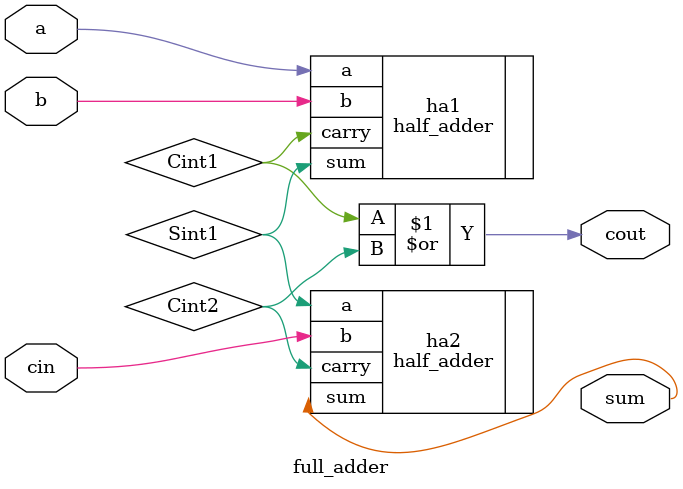
<source format=v>
module full_adder(
	input a, b, cin,
	output sum, cout
);
	wire Sint1, Cint1, Cint2; //Conexiones internas
	
	//Primer medio sumador
	half_adder ha1(
		.a(a),
		.b(b),
		.sum(Sint1),
		.carry(Cint1)
	);
	
	//Segundo medio sumador 
	half_adder ha2(
		.a(Sint1),
		.b(cin),
		.sum(sum),
		.carry(Cint2)
	);
	assign cout = Cint1|Cint2; //OR
endmodule
</source>
